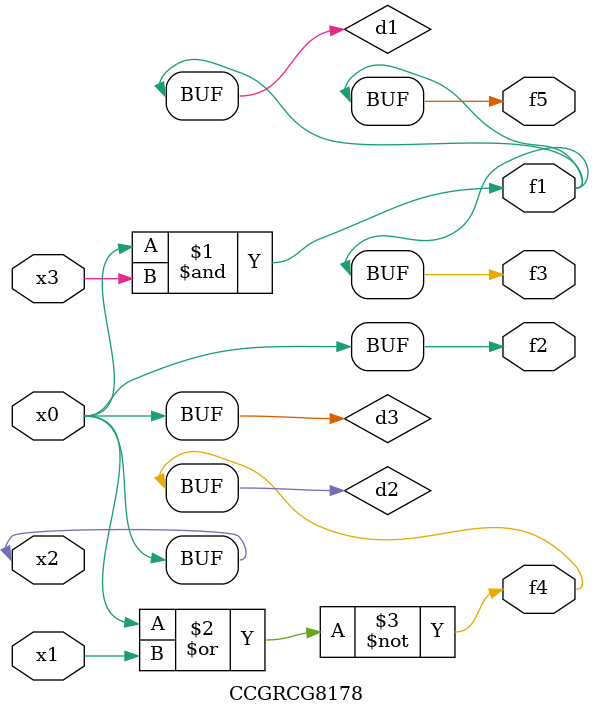
<source format=v>
module CCGRCG8178(
	input x0, x1, x2, x3,
	output f1, f2, f3, f4, f5
);

	wire d1, d2, d3;

	and (d1, x2, x3);
	nor (d2, x0, x1);
	buf (d3, x0, x2);
	assign f1 = d1;
	assign f2 = d3;
	assign f3 = d1;
	assign f4 = d2;
	assign f5 = d1;
endmodule

</source>
